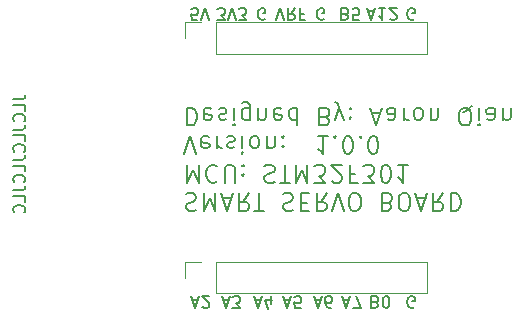
<source format=gbr>
%TF.GenerationSoftware,KiCad,Pcbnew,8.0.7*%
%TF.CreationDate,2025-01-26T16:55:51-08:00*%
%TF.ProjectId,servo-dev-board,73657276-6f2d-4646-9576-2d626f617264,rev?*%
%TF.SameCoordinates,Original*%
%TF.FileFunction,Legend,Bot*%
%TF.FilePolarity,Positive*%
%FSLAX46Y46*%
G04 Gerber Fmt 4.6, Leading zero omitted, Abs format (unit mm)*
G04 Created by KiCad (PCBNEW 8.0.7) date 2025-01-26 16:55:51*
%MOMM*%
%LPD*%
G01*
G04 APERTURE LIST*
%ADD10C,0.150000*%
%ADD11C,0.120000*%
%ADD12C,0.700000*%
%ADD13C,4.400000*%
%ADD14O,1.700000X1.350000*%
%ADD15O,1.500000X1.100000*%
%ADD16R,1.000000X1.000000*%
%ADD17C,1.000000*%
%ADD18R,1.700000X1.700000*%
%ADD19O,1.700000X1.700000*%
G04 APERTURE END LIST*
D10*
X149161904Y-89247561D02*
X149066666Y-89295180D01*
X149066666Y-89295180D02*
X148923809Y-89295180D01*
X148923809Y-89295180D02*
X148780952Y-89247561D01*
X148780952Y-89247561D02*
X148685714Y-89152323D01*
X148685714Y-89152323D02*
X148638095Y-89057085D01*
X148638095Y-89057085D02*
X148590476Y-88866609D01*
X148590476Y-88866609D02*
X148590476Y-88723752D01*
X148590476Y-88723752D02*
X148638095Y-88533276D01*
X148638095Y-88533276D02*
X148685714Y-88438038D01*
X148685714Y-88438038D02*
X148780952Y-88342800D01*
X148780952Y-88342800D02*
X148923809Y-88295180D01*
X148923809Y-88295180D02*
X149019047Y-88295180D01*
X149019047Y-88295180D02*
X149161904Y-88342800D01*
X149161904Y-88342800D02*
X149209523Y-88390419D01*
X149209523Y-88390419D02*
X149209523Y-88723752D01*
X149209523Y-88723752D02*
X149019047Y-88723752D01*
X115244819Y-96022493D02*
X115959104Y-96022493D01*
X115959104Y-96022493D02*
X116101961Y-95974874D01*
X116101961Y-95974874D02*
X116197200Y-95879636D01*
X116197200Y-95879636D02*
X116244819Y-95736779D01*
X116244819Y-95736779D02*
X116244819Y-95641541D01*
X116244819Y-96974874D02*
X116244819Y-96498684D01*
X116244819Y-96498684D02*
X115244819Y-96498684D01*
X116149580Y-97879636D02*
X116197200Y-97832017D01*
X116197200Y-97832017D02*
X116244819Y-97689160D01*
X116244819Y-97689160D02*
X116244819Y-97593922D01*
X116244819Y-97593922D02*
X116197200Y-97451065D01*
X116197200Y-97451065D02*
X116101961Y-97355827D01*
X116101961Y-97355827D02*
X116006723Y-97308208D01*
X116006723Y-97308208D02*
X115816247Y-97260589D01*
X115816247Y-97260589D02*
X115673390Y-97260589D01*
X115673390Y-97260589D02*
X115482914Y-97308208D01*
X115482914Y-97308208D02*
X115387676Y-97355827D01*
X115387676Y-97355827D02*
X115292438Y-97451065D01*
X115292438Y-97451065D02*
X115244819Y-97593922D01*
X115244819Y-97593922D02*
X115244819Y-97689160D01*
X115244819Y-97689160D02*
X115292438Y-97832017D01*
X115292438Y-97832017D02*
X115340057Y-97879636D01*
X115244819Y-98593922D02*
X115959104Y-98593922D01*
X115959104Y-98593922D02*
X116101961Y-98546303D01*
X116101961Y-98546303D02*
X116197200Y-98451065D01*
X116197200Y-98451065D02*
X116244819Y-98308208D01*
X116244819Y-98308208D02*
X116244819Y-98212970D01*
X116244819Y-99546303D02*
X116244819Y-99070113D01*
X116244819Y-99070113D02*
X115244819Y-99070113D01*
X116149580Y-100451065D02*
X116197200Y-100403446D01*
X116197200Y-100403446D02*
X116244819Y-100260589D01*
X116244819Y-100260589D02*
X116244819Y-100165351D01*
X116244819Y-100165351D02*
X116197200Y-100022494D01*
X116197200Y-100022494D02*
X116101961Y-99927256D01*
X116101961Y-99927256D02*
X116006723Y-99879637D01*
X116006723Y-99879637D02*
X115816247Y-99832018D01*
X115816247Y-99832018D02*
X115673390Y-99832018D01*
X115673390Y-99832018D02*
X115482914Y-99879637D01*
X115482914Y-99879637D02*
X115387676Y-99927256D01*
X115387676Y-99927256D02*
X115292438Y-100022494D01*
X115292438Y-100022494D02*
X115244819Y-100165351D01*
X115244819Y-100165351D02*
X115244819Y-100260589D01*
X115244819Y-100260589D02*
X115292438Y-100403446D01*
X115292438Y-100403446D02*
X115340057Y-100451065D01*
X115244819Y-101165351D02*
X115959104Y-101165351D01*
X115959104Y-101165351D02*
X116101961Y-101117732D01*
X116101961Y-101117732D02*
X116197200Y-101022494D01*
X116197200Y-101022494D02*
X116244819Y-100879637D01*
X116244819Y-100879637D02*
X116244819Y-100784399D01*
X116244819Y-102117732D02*
X116244819Y-101641542D01*
X116244819Y-101641542D02*
X115244819Y-101641542D01*
X116149580Y-103022494D02*
X116197200Y-102974875D01*
X116197200Y-102974875D02*
X116244819Y-102832018D01*
X116244819Y-102832018D02*
X116244819Y-102736780D01*
X116244819Y-102736780D02*
X116197200Y-102593923D01*
X116197200Y-102593923D02*
X116101961Y-102498685D01*
X116101961Y-102498685D02*
X116006723Y-102451066D01*
X116006723Y-102451066D02*
X115816247Y-102403447D01*
X115816247Y-102403447D02*
X115673390Y-102403447D01*
X115673390Y-102403447D02*
X115482914Y-102451066D01*
X115482914Y-102451066D02*
X115387676Y-102498685D01*
X115387676Y-102498685D02*
X115292438Y-102593923D01*
X115292438Y-102593923D02*
X115244819Y-102736780D01*
X115244819Y-102736780D02*
X115244819Y-102832018D01*
X115244819Y-102832018D02*
X115292438Y-102974875D01*
X115292438Y-102974875D02*
X115340057Y-103022494D01*
X115244819Y-103736780D02*
X115959104Y-103736780D01*
X115959104Y-103736780D02*
X116101961Y-103689161D01*
X116101961Y-103689161D02*
X116197200Y-103593923D01*
X116197200Y-103593923D02*
X116244819Y-103451066D01*
X116244819Y-103451066D02*
X116244819Y-103355828D01*
X116244819Y-104689161D02*
X116244819Y-104212971D01*
X116244819Y-104212971D02*
X115244819Y-104212971D01*
X116149580Y-105593923D02*
X116197200Y-105546304D01*
X116197200Y-105546304D02*
X116244819Y-105403447D01*
X116244819Y-105403447D02*
X116244819Y-105308209D01*
X116244819Y-105308209D02*
X116197200Y-105165352D01*
X116197200Y-105165352D02*
X116101961Y-105070114D01*
X116101961Y-105070114D02*
X116006723Y-105022495D01*
X116006723Y-105022495D02*
X115816247Y-104974876D01*
X115816247Y-104974876D02*
X115673390Y-104974876D01*
X115673390Y-104974876D02*
X115482914Y-105022495D01*
X115482914Y-105022495D02*
X115387676Y-105070114D01*
X115387676Y-105070114D02*
X115292438Y-105165352D01*
X115292438Y-105165352D02*
X115244819Y-105308209D01*
X115244819Y-105308209D02*
X115244819Y-105403447D01*
X115244819Y-105403447D02*
X115292438Y-105546304D01*
X115292438Y-105546304D02*
X115340057Y-105593923D01*
X132511905Y-89295180D02*
X133130952Y-89295180D01*
X133130952Y-89295180D02*
X132797619Y-88914228D01*
X132797619Y-88914228D02*
X132940476Y-88914228D01*
X132940476Y-88914228D02*
X133035714Y-88866609D01*
X133035714Y-88866609D02*
X133083333Y-88818990D01*
X133083333Y-88818990D02*
X133130952Y-88723752D01*
X133130952Y-88723752D02*
X133130952Y-88485657D01*
X133130952Y-88485657D02*
X133083333Y-88390419D01*
X133083333Y-88390419D02*
X133035714Y-88342800D01*
X133035714Y-88342800D02*
X132940476Y-88295180D01*
X132940476Y-88295180D02*
X132654762Y-88295180D01*
X132654762Y-88295180D02*
X132559524Y-88342800D01*
X132559524Y-88342800D02*
X132511905Y-88390419D01*
X133416667Y-89295180D02*
X133750000Y-88295180D01*
X133750000Y-88295180D02*
X134083333Y-89295180D01*
X134321429Y-89295180D02*
X134940476Y-89295180D01*
X134940476Y-89295180D02*
X134607143Y-88914228D01*
X134607143Y-88914228D02*
X134750000Y-88914228D01*
X134750000Y-88914228D02*
X134845238Y-88866609D01*
X134845238Y-88866609D02*
X134892857Y-88818990D01*
X134892857Y-88818990D02*
X134940476Y-88723752D01*
X134940476Y-88723752D02*
X134940476Y-88485657D01*
X134940476Y-88485657D02*
X134892857Y-88390419D01*
X134892857Y-88390419D02*
X134845238Y-88342800D01*
X134845238Y-88342800D02*
X134750000Y-88295180D01*
X134750000Y-88295180D02*
X134464286Y-88295180D01*
X134464286Y-88295180D02*
X134369048Y-88342800D01*
X134369048Y-88342800D02*
X134321429Y-88390419D01*
X130809523Y-89295180D02*
X130333333Y-89295180D01*
X130333333Y-89295180D02*
X130285714Y-88818990D01*
X130285714Y-88818990D02*
X130333333Y-88866609D01*
X130333333Y-88866609D02*
X130428571Y-88914228D01*
X130428571Y-88914228D02*
X130666666Y-88914228D01*
X130666666Y-88914228D02*
X130761904Y-88866609D01*
X130761904Y-88866609D02*
X130809523Y-88818990D01*
X130809523Y-88818990D02*
X130857142Y-88723752D01*
X130857142Y-88723752D02*
X130857142Y-88485657D01*
X130857142Y-88485657D02*
X130809523Y-88390419D01*
X130809523Y-88390419D02*
X130761904Y-88342800D01*
X130761904Y-88342800D02*
X130666666Y-88295180D01*
X130666666Y-88295180D02*
X130428571Y-88295180D01*
X130428571Y-88295180D02*
X130333333Y-88342800D01*
X130333333Y-88342800D02*
X130285714Y-88390419D01*
X131142857Y-89295180D02*
X131476190Y-88295180D01*
X131476190Y-88295180D02*
X131809523Y-89295180D01*
X136511904Y-89247561D02*
X136416666Y-89295180D01*
X136416666Y-89295180D02*
X136273809Y-89295180D01*
X136273809Y-89295180D02*
X136130952Y-89247561D01*
X136130952Y-89247561D02*
X136035714Y-89152323D01*
X136035714Y-89152323D02*
X135988095Y-89057085D01*
X135988095Y-89057085D02*
X135940476Y-88866609D01*
X135940476Y-88866609D02*
X135940476Y-88723752D01*
X135940476Y-88723752D02*
X135988095Y-88533276D01*
X135988095Y-88533276D02*
X136035714Y-88438038D01*
X136035714Y-88438038D02*
X136130952Y-88342800D01*
X136130952Y-88342800D02*
X136273809Y-88295180D01*
X136273809Y-88295180D02*
X136369047Y-88295180D01*
X136369047Y-88295180D02*
X136511904Y-88342800D01*
X136511904Y-88342800D02*
X136559523Y-88390419D01*
X136559523Y-88390419D02*
X136559523Y-88723752D01*
X136559523Y-88723752D02*
X136369047Y-88723752D01*
X141511904Y-89247561D02*
X141416666Y-89295180D01*
X141416666Y-89295180D02*
X141273809Y-89295180D01*
X141273809Y-89295180D02*
X141130952Y-89247561D01*
X141130952Y-89247561D02*
X141035714Y-89152323D01*
X141035714Y-89152323D02*
X140988095Y-89057085D01*
X140988095Y-89057085D02*
X140940476Y-88866609D01*
X140940476Y-88866609D02*
X140940476Y-88723752D01*
X140940476Y-88723752D02*
X140988095Y-88533276D01*
X140988095Y-88533276D02*
X141035714Y-88438038D01*
X141035714Y-88438038D02*
X141130952Y-88342800D01*
X141130952Y-88342800D02*
X141273809Y-88295180D01*
X141273809Y-88295180D02*
X141369047Y-88295180D01*
X141369047Y-88295180D02*
X141511904Y-88342800D01*
X141511904Y-88342800D02*
X141559523Y-88390419D01*
X141559523Y-88390419D02*
X141559523Y-88723752D01*
X141559523Y-88723752D02*
X141369047Y-88723752D01*
X140785714Y-112980895D02*
X141261904Y-112980895D01*
X140690476Y-112695180D02*
X141023809Y-113695180D01*
X141023809Y-113695180D02*
X141357142Y-112695180D01*
X142119047Y-113695180D02*
X141928571Y-113695180D01*
X141928571Y-113695180D02*
X141833333Y-113647561D01*
X141833333Y-113647561D02*
X141785714Y-113599942D01*
X141785714Y-113599942D02*
X141690476Y-113457085D01*
X141690476Y-113457085D02*
X141642857Y-113266609D01*
X141642857Y-113266609D02*
X141642857Y-112885657D01*
X141642857Y-112885657D02*
X141690476Y-112790419D01*
X141690476Y-112790419D02*
X141738095Y-112742800D01*
X141738095Y-112742800D02*
X141833333Y-112695180D01*
X141833333Y-112695180D02*
X142023809Y-112695180D01*
X142023809Y-112695180D02*
X142119047Y-112742800D01*
X142119047Y-112742800D02*
X142166666Y-112790419D01*
X142166666Y-112790419D02*
X142214285Y-112885657D01*
X142214285Y-112885657D02*
X142214285Y-113123752D01*
X142214285Y-113123752D02*
X142166666Y-113218990D01*
X142166666Y-113218990D02*
X142119047Y-113266609D01*
X142119047Y-113266609D02*
X142023809Y-113314228D01*
X142023809Y-113314228D02*
X141833333Y-113314228D01*
X141833333Y-113314228D02*
X141738095Y-113266609D01*
X141738095Y-113266609D02*
X141690476Y-113218990D01*
X141690476Y-113218990D02*
X141642857Y-113123752D01*
X130385714Y-112980895D02*
X130861904Y-112980895D01*
X130290476Y-112695180D02*
X130623809Y-113695180D01*
X130623809Y-113695180D02*
X130957142Y-112695180D01*
X131242857Y-113599942D02*
X131290476Y-113647561D01*
X131290476Y-113647561D02*
X131385714Y-113695180D01*
X131385714Y-113695180D02*
X131623809Y-113695180D01*
X131623809Y-113695180D02*
X131719047Y-113647561D01*
X131719047Y-113647561D02*
X131766666Y-113599942D01*
X131766666Y-113599942D02*
X131814285Y-113504704D01*
X131814285Y-113504704D02*
X131814285Y-113409466D01*
X131814285Y-113409466D02*
X131766666Y-113266609D01*
X131766666Y-113266609D02*
X131195238Y-112695180D01*
X131195238Y-112695180D02*
X131814285Y-112695180D01*
X143345238Y-88818990D02*
X143488095Y-88771371D01*
X143488095Y-88771371D02*
X143535714Y-88723752D01*
X143535714Y-88723752D02*
X143583333Y-88628514D01*
X143583333Y-88628514D02*
X143583333Y-88485657D01*
X143583333Y-88485657D02*
X143535714Y-88390419D01*
X143535714Y-88390419D02*
X143488095Y-88342800D01*
X143488095Y-88342800D02*
X143392857Y-88295180D01*
X143392857Y-88295180D02*
X143011905Y-88295180D01*
X143011905Y-88295180D02*
X143011905Y-89295180D01*
X143011905Y-89295180D02*
X143345238Y-89295180D01*
X143345238Y-89295180D02*
X143440476Y-89247561D01*
X143440476Y-89247561D02*
X143488095Y-89199942D01*
X143488095Y-89199942D02*
X143535714Y-89104704D01*
X143535714Y-89104704D02*
X143535714Y-89009466D01*
X143535714Y-89009466D02*
X143488095Y-88914228D01*
X143488095Y-88914228D02*
X143440476Y-88866609D01*
X143440476Y-88866609D02*
X143345238Y-88818990D01*
X143345238Y-88818990D02*
X143011905Y-88818990D01*
X144488095Y-89295180D02*
X144011905Y-89295180D01*
X144011905Y-89295180D02*
X143964286Y-88818990D01*
X143964286Y-88818990D02*
X144011905Y-88866609D01*
X144011905Y-88866609D02*
X144107143Y-88914228D01*
X144107143Y-88914228D02*
X144345238Y-88914228D01*
X144345238Y-88914228D02*
X144440476Y-88866609D01*
X144440476Y-88866609D02*
X144488095Y-88818990D01*
X144488095Y-88818990D02*
X144535714Y-88723752D01*
X144535714Y-88723752D02*
X144535714Y-88485657D01*
X144535714Y-88485657D02*
X144488095Y-88390419D01*
X144488095Y-88390419D02*
X144440476Y-88342800D01*
X144440476Y-88342800D02*
X144345238Y-88295180D01*
X144345238Y-88295180D02*
X144107143Y-88295180D01*
X144107143Y-88295180D02*
X144011905Y-88342800D01*
X144011905Y-88342800D02*
X143964286Y-88390419D01*
X135685714Y-112980895D02*
X136161904Y-112980895D01*
X135590476Y-112695180D02*
X135923809Y-113695180D01*
X135923809Y-113695180D02*
X136257142Y-112695180D01*
X137019047Y-113361847D02*
X137019047Y-112695180D01*
X136780952Y-113742800D02*
X136542857Y-113028514D01*
X136542857Y-113028514D02*
X137161904Y-113028514D01*
X132985714Y-112980895D02*
X133461904Y-112980895D01*
X132890476Y-112695180D02*
X133223809Y-113695180D01*
X133223809Y-113695180D02*
X133557142Y-112695180D01*
X133795238Y-113695180D02*
X134414285Y-113695180D01*
X134414285Y-113695180D02*
X134080952Y-113314228D01*
X134080952Y-113314228D02*
X134223809Y-113314228D01*
X134223809Y-113314228D02*
X134319047Y-113266609D01*
X134319047Y-113266609D02*
X134366666Y-113218990D01*
X134366666Y-113218990D02*
X134414285Y-113123752D01*
X134414285Y-113123752D02*
X134414285Y-112885657D01*
X134414285Y-112885657D02*
X134366666Y-112790419D01*
X134366666Y-112790419D02*
X134319047Y-112742800D01*
X134319047Y-112742800D02*
X134223809Y-112695180D01*
X134223809Y-112695180D02*
X133938095Y-112695180D01*
X133938095Y-112695180D02*
X133842857Y-112742800D01*
X133842857Y-112742800D02*
X133795238Y-112790419D01*
X145309524Y-88580895D02*
X145785714Y-88580895D01*
X145214286Y-88295180D02*
X145547619Y-89295180D01*
X145547619Y-89295180D02*
X145880952Y-88295180D01*
X146738095Y-88295180D02*
X146166667Y-88295180D01*
X146452381Y-88295180D02*
X146452381Y-89295180D01*
X146452381Y-89295180D02*
X146357143Y-89152323D01*
X146357143Y-89152323D02*
X146261905Y-89057085D01*
X146261905Y-89057085D02*
X146166667Y-89009466D01*
X147119048Y-89199942D02*
X147166667Y-89247561D01*
X147166667Y-89247561D02*
X147261905Y-89295180D01*
X147261905Y-89295180D02*
X147500000Y-89295180D01*
X147500000Y-89295180D02*
X147595238Y-89247561D01*
X147595238Y-89247561D02*
X147642857Y-89199942D01*
X147642857Y-89199942D02*
X147690476Y-89104704D01*
X147690476Y-89104704D02*
X147690476Y-89009466D01*
X147690476Y-89009466D02*
X147642857Y-88866609D01*
X147642857Y-88866609D02*
X147071429Y-88295180D01*
X147071429Y-88295180D02*
X147690476Y-88295180D01*
X137488095Y-89295180D02*
X137821428Y-88295180D01*
X137821428Y-88295180D02*
X138154761Y-89295180D01*
X139059523Y-88295180D02*
X138726190Y-88771371D01*
X138488095Y-88295180D02*
X138488095Y-89295180D01*
X138488095Y-89295180D02*
X138869047Y-89295180D01*
X138869047Y-89295180D02*
X138964285Y-89247561D01*
X138964285Y-89247561D02*
X139011904Y-89199942D01*
X139011904Y-89199942D02*
X139059523Y-89104704D01*
X139059523Y-89104704D02*
X139059523Y-88961847D01*
X139059523Y-88961847D02*
X139011904Y-88866609D01*
X139011904Y-88866609D02*
X138964285Y-88818990D01*
X138964285Y-88818990D02*
X138869047Y-88771371D01*
X138869047Y-88771371D02*
X138488095Y-88771371D01*
X139821428Y-88818990D02*
X139488095Y-88818990D01*
X139488095Y-88295180D02*
X139488095Y-89295180D01*
X139488095Y-89295180D02*
X139964285Y-89295180D01*
X145895238Y-113218990D02*
X146038095Y-113171371D01*
X146038095Y-113171371D02*
X146085714Y-113123752D01*
X146085714Y-113123752D02*
X146133333Y-113028514D01*
X146133333Y-113028514D02*
X146133333Y-112885657D01*
X146133333Y-112885657D02*
X146085714Y-112790419D01*
X146085714Y-112790419D02*
X146038095Y-112742800D01*
X146038095Y-112742800D02*
X145942857Y-112695180D01*
X145942857Y-112695180D02*
X145561905Y-112695180D01*
X145561905Y-112695180D02*
X145561905Y-113695180D01*
X145561905Y-113695180D02*
X145895238Y-113695180D01*
X145895238Y-113695180D02*
X145990476Y-113647561D01*
X145990476Y-113647561D02*
X146038095Y-113599942D01*
X146038095Y-113599942D02*
X146085714Y-113504704D01*
X146085714Y-113504704D02*
X146085714Y-113409466D01*
X146085714Y-113409466D02*
X146038095Y-113314228D01*
X146038095Y-113314228D02*
X145990476Y-113266609D01*
X145990476Y-113266609D02*
X145895238Y-113218990D01*
X145895238Y-113218990D02*
X145561905Y-113218990D01*
X146752381Y-113695180D02*
X146847619Y-113695180D01*
X146847619Y-113695180D02*
X146942857Y-113647561D01*
X146942857Y-113647561D02*
X146990476Y-113599942D01*
X146990476Y-113599942D02*
X147038095Y-113504704D01*
X147038095Y-113504704D02*
X147085714Y-113314228D01*
X147085714Y-113314228D02*
X147085714Y-113076133D01*
X147085714Y-113076133D02*
X147038095Y-112885657D01*
X147038095Y-112885657D02*
X146990476Y-112790419D01*
X146990476Y-112790419D02*
X146942857Y-112742800D01*
X146942857Y-112742800D02*
X146847619Y-112695180D01*
X146847619Y-112695180D02*
X146752381Y-112695180D01*
X146752381Y-112695180D02*
X146657143Y-112742800D01*
X146657143Y-112742800D02*
X146609524Y-112790419D01*
X146609524Y-112790419D02*
X146561905Y-112885657D01*
X146561905Y-112885657D02*
X146514286Y-113076133D01*
X146514286Y-113076133D02*
X146514286Y-113314228D01*
X146514286Y-113314228D02*
X146561905Y-113504704D01*
X146561905Y-113504704D02*
X146609524Y-113599942D01*
X146609524Y-113599942D02*
X146657143Y-113647561D01*
X146657143Y-113647561D02*
X146752381Y-113695180D01*
X143185714Y-112980895D02*
X143661904Y-112980895D01*
X143090476Y-112695180D02*
X143423809Y-113695180D01*
X143423809Y-113695180D02*
X143757142Y-112695180D01*
X143995238Y-113695180D02*
X144661904Y-113695180D01*
X144661904Y-113695180D02*
X144233333Y-112695180D01*
X149161904Y-113647561D02*
X149066666Y-113695180D01*
X149066666Y-113695180D02*
X148923809Y-113695180D01*
X148923809Y-113695180D02*
X148780952Y-113647561D01*
X148780952Y-113647561D02*
X148685714Y-113552323D01*
X148685714Y-113552323D02*
X148638095Y-113457085D01*
X148638095Y-113457085D02*
X148590476Y-113266609D01*
X148590476Y-113266609D02*
X148590476Y-113123752D01*
X148590476Y-113123752D02*
X148638095Y-112933276D01*
X148638095Y-112933276D02*
X148685714Y-112838038D01*
X148685714Y-112838038D02*
X148780952Y-112742800D01*
X148780952Y-112742800D02*
X148923809Y-112695180D01*
X148923809Y-112695180D02*
X149019047Y-112695180D01*
X149019047Y-112695180D02*
X149161904Y-112742800D01*
X149161904Y-112742800D02*
X149209523Y-112790419D01*
X149209523Y-112790419D02*
X149209523Y-113123752D01*
X149209523Y-113123752D02*
X149019047Y-113123752D01*
X138185714Y-112980895D02*
X138661904Y-112980895D01*
X138090476Y-112695180D02*
X138423809Y-113695180D01*
X138423809Y-113695180D02*
X138757142Y-112695180D01*
X139566666Y-113695180D02*
X139090476Y-113695180D01*
X139090476Y-113695180D02*
X139042857Y-113218990D01*
X139042857Y-113218990D02*
X139090476Y-113266609D01*
X139090476Y-113266609D02*
X139185714Y-113314228D01*
X139185714Y-113314228D02*
X139423809Y-113314228D01*
X139423809Y-113314228D02*
X139519047Y-113266609D01*
X139519047Y-113266609D02*
X139566666Y-113218990D01*
X139566666Y-113218990D02*
X139614285Y-113123752D01*
X139614285Y-113123752D02*
X139614285Y-112885657D01*
X139614285Y-112885657D02*
X139566666Y-112790419D01*
X139566666Y-112790419D02*
X139519047Y-112742800D01*
X139519047Y-112742800D02*
X139423809Y-112695180D01*
X139423809Y-112695180D02*
X139185714Y-112695180D01*
X139185714Y-112695180D02*
X139090476Y-112742800D01*
X139090476Y-112742800D02*
X139042857Y-112790419D01*
X129854398Y-104057548D02*
X130068684Y-103986119D01*
X130068684Y-103986119D02*
X130425826Y-103986119D01*
X130425826Y-103986119D02*
X130568684Y-104057548D01*
X130568684Y-104057548D02*
X130640112Y-104128976D01*
X130640112Y-104128976D02*
X130711541Y-104271833D01*
X130711541Y-104271833D02*
X130711541Y-104414690D01*
X130711541Y-104414690D02*
X130640112Y-104557548D01*
X130640112Y-104557548D02*
X130568684Y-104628976D01*
X130568684Y-104628976D02*
X130425826Y-104700405D01*
X130425826Y-104700405D02*
X130140112Y-104771833D01*
X130140112Y-104771833D02*
X129997255Y-104843262D01*
X129997255Y-104843262D02*
X129925826Y-104914690D01*
X129925826Y-104914690D02*
X129854398Y-105057548D01*
X129854398Y-105057548D02*
X129854398Y-105200405D01*
X129854398Y-105200405D02*
X129925826Y-105343262D01*
X129925826Y-105343262D02*
X129997255Y-105414690D01*
X129997255Y-105414690D02*
X130140112Y-105486119D01*
X130140112Y-105486119D02*
X130497255Y-105486119D01*
X130497255Y-105486119D02*
X130711541Y-105414690D01*
X131354397Y-103986119D02*
X131354397Y-105486119D01*
X131354397Y-105486119D02*
X131854397Y-104414690D01*
X131854397Y-104414690D02*
X132354397Y-105486119D01*
X132354397Y-105486119D02*
X132354397Y-103986119D01*
X132997255Y-104414690D02*
X133711541Y-104414690D01*
X132854398Y-103986119D02*
X133354398Y-105486119D01*
X133354398Y-105486119D02*
X133854398Y-103986119D01*
X135211540Y-103986119D02*
X134711540Y-104700405D01*
X134354397Y-103986119D02*
X134354397Y-105486119D01*
X134354397Y-105486119D02*
X134925826Y-105486119D01*
X134925826Y-105486119D02*
X135068683Y-105414690D01*
X135068683Y-105414690D02*
X135140112Y-105343262D01*
X135140112Y-105343262D02*
X135211540Y-105200405D01*
X135211540Y-105200405D02*
X135211540Y-104986119D01*
X135211540Y-104986119D02*
X135140112Y-104843262D01*
X135140112Y-104843262D02*
X135068683Y-104771833D01*
X135068683Y-104771833D02*
X134925826Y-104700405D01*
X134925826Y-104700405D02*
X134354397Y-104700405D01*
X135640112Y-105486119D02*
X136497255Y-105486119D01*
X136068683Y-103986119D02*
X136068683Y-105486119D01*
X138068683Y-104057548D02*
X138282969Y-103986119D01*
X138282969Y-103986119D02*
X138640111Y-103986119D01*
X138640111Y-103986119D02*
X138782969Y-104057548D01*
X138782969Y-104057548D02*
X138854397Y-104128976D01*
X138854397Y-104128976D02*
X138925826Y-104271833D01*
X138925826Y-104271833D02*
X138925826Y-104414690D01*
X138925826Y-104414690D02*
X138854397Y-104557548D01*
X138854397Y-104557548D02*
X138782969Y-104628976D01*
X138782969Y-104628976D02*
X138640111Y-104700405D01*
X138640111Y-104700405D02*
X138354397Y-104771833D01*
X138354397Y-104771833D02*
X138211540Y-104843262D01*
X138211540Y-104843262D02*
X138140111Y-104914690D01*
X138140111Y-104914690D02*
X138068683Y-105057548D01*
X138068683Y-105057548D02*
X138068683Y-105200405D01*
X138068683Y-105200405D02*
X138140111Y-105343262D01*
X138140111Y-105343262D02*
X138211540Y-105414690D01*
X138211540Y-105414690D02*
X138354397Y-105486119D01*
X138354397Y-105486119D02*
X138711540Y-105486119D01*
X138711540Y-105486119D02*
X138925826Y-105414690D01*
X139568682Y-104771833D02*
X140068682Y-104771833D01*
X140282968Y-103986119D02*
X139568682Y-103986119D01*
X139568682Y-103986119D02*
X139568682Y-105486119D01*
X139568682Y-105486119D02*
X140282968Y-105486119D01*
X141782968Y-103986119D02*
X141282968Y-104700405D01*
X140925825Y-103986119D02*
X140925825Y-105486119D01*
X140925825Y-105486119D02*
X141497254Y-105486119D01*
X141497254Y-105486119D02*
X141640111Y-105414690D01*
X141640111Y-105414690D02*
X141711540Y-105343262D01*
X141711540Y-105343262D02*
X141782968Y-105200405D01*
X141782968Y-105200405D02*
X141782968Y-104986119D01*
X141782968Y-104986119D02*
X141711540Y-104843262D01*
X141711540Y-104843262D02*
X141640111Y-104771833D01*
X141640111Y-104771833D02*
X141497254Y-104700405D01*
X141497254Y-104700405D02*
X140925825Y-104700405D01*
X142211540Y-105486119D02*
X142711540Y-103986119D01*
X142711540Y-103986119D02*
X143211540Y-105486119D01*
X143997254Y-105486119D02*
X144282968Y-105486119D01*
X144282968Y-105486119D02*
X144425825Y-105414690D01*
X144425825Y-105414690D02*
X144568682Y-105271833D01*
X144568682Y-105271833D02*
X144640111Y-104986119D01*
X144640111Y-104986119D02*
X144640111Y-104486119D01*
X144640111Y-104486119D02*
X144568682Y-104200405D01*
X144568682Y-104200405D02*
X144425825Y-104057548D01*
X144425825Y-104057548D02*
X144282968Y-103986119D01*
X144282968Y-103986119D02*
X143997254Y-103986119D01*
X143997254Y-103986119D02*
X143854397Y-104057548D01*
X143854397Y-104057548D02*
X143711539Y-104200405D01*
X143711539Y-104200405D02*
X143640111Y-104486119D01*
X143640111Y-104486119D02*
X143640111Y-104986119D01*
X143640111Y-104986119D02*
X143711539Y-105271833D01*
X143711539Y-105271833D02*
X143854397Y-105414690D01*
X143854397Y-105414690D02*
X143997254Y-105486119D01*
X146925825Y-104771833D02*
X147140111Y-104700405D01*
X147140111Y-104700405D02*
X147211540Y-104628976D01*
X147211540Y-104628976D02*
X147282968Y-104486119D01*
X147282968Y-104486119D02*
X147282968Y-104271833D01*
X147282968Y-104271833D02*
X147211540Y-104128976D01*
X147211540Y-104128976D02*
X147140111Y-104057548D01*
X147140111Y-104057548D02*
X146997254Y-103986119D01*
X146997254Y-103986119D02*
X146425825Y-103986119D01*
X146425825Y-103986119D02*
X146425825Y-105486119D01*
X146425825Y-105486119D02*
X146925825Y-105486119D01*
X146925825Y-105486119D02*
X147068683Y-105414690D01*
X147068683Y-105414690D02*
X147140111Y-105343262D01*
X147140111Y-105343262D02*
X147211540Y-105200405D01*
X147211540Y-105200405D02*
X147211540Y-105057548D01*
X147211540Y-105057548D02*
X147140111Y-104914690D01*
X147140111Y-104914690D02*
X147068683Y-104843262D01*
X147068683Y-104843262D02*
X146925825Y-104771833D01*
X146925825Y-104771833D02*
X146425825Y-104771833D01*
X148211540Y-105486119D02*
X148497254Y-105486119D01*
X148497254Y-105486119D02*
X148640111Y-105414690D01*
X148640111Y-105414690D02*
X148782968Y-105271833D01*
X148782968Y-105271833D02*
X148854397Y-104986119D01*
X148854397Y-104986119D02*
X148854397Y-104486119D01*
X148854397Y-104486119D02*
X148782968Y-104200405D01*
X148782968Y-104200405D02*
X148640111Y-104057548D01*
X148640111Y-104057548D02*
X148497254Y-103986119D01*
X148497254Y-103986119D02*
X148211540Y-103986119D01*
X148211540Y-103986119D02*
X148068683Y-104057548D01*
X148068683Y-104057548D02*
X147925825Y-104200405D01*
X147925825Y-104200405D02*
X147854397Y-104486119D01*
X147854397Y-104486119D02*
X147854397Y-104986119D01*
X147854397Y-104986119D02*
X147925825Y-105271833D01*
X147925825Y-105271833D02*
X148068683Y-105414690D01*
X148068683Y-105414690D02*
X148211540Y-105486119D01*
X149425826Y-104414690D02*
X150140112Y-104414690D01*
X149282969Y-103986119D02*
X149782969Y-105486119D01*
X149782969Y-105486119D02*
X150282969Y-103986119D01*
X151640111Y-103986119D02*
X151140111Y-104700405D01*
X150782968Y-103986119D02*
X150782968Y-105486119D01*
X150782968Y-105486119D02*
X151354397Y-105486119D01*
X151354397Y-105486119D02*
X151497254Y-105414690D01*
X151497254Y-105414690D02*
X151568683Y-105343262D01*
X151568683Y-105343262D02*
X151640111Y-105200405D01*
X151640111Y-105200405D02*
X151640111Y-104986119D01*
X151640111Y-104986119D02*
X151568683Y-104843262D01*
X151568683Y-104843262D02*
X151497254Y-104771833D01*
X151497254Y-104771833D02*
X151354397Y-104700405D01*
X151354397Y-104700405D02*
X150782968Y-104700405D01*
X152282968Y-103986119D02*
X152282968Y-105486119D01*
X152282968Y-105486119D02*
X152640111Y-105486119D01*
X152640111Y-105486119D02*
X152854397Y-105414690D01*
X152854397Y-105414690D02*
X152997254Y-105271833D01*
X152997254Y-105271833D02*
X153068683Y-105128976D01*
X153068683Y-105128976D02*
X153140111Y-104843262D01*
X153140111Y-104843262D02*
X153140111Y-104628976D01*
X153140111Y-104628976D02*
X153068683Y-104343262D01*
X153068683Y-104343262D02*
X152997254Y-104200405D01*
X152997254Y-104200405D02*
X152854397Y-104057548D01*
X152854397Y-104057548D02*
X152640111Y-103986119D01*
X152640111Y-103986119D02*
X152282968Y-103986119D01*
X129925826Y-101571203D02*
X129925826Y-103071203D01*
X129925826Y-103071203D02*
X130425826Y-101999774D01*
X130425826Y-101999774D02*
X130925826Y-103071203D01*
X130925826Y-103071203D02*
X130925826Y-101571203D01*
X132497255Y-101714060D02*
X132425827Y-101642632D01*
X132425827Y-101642632D02*
X132211541Y-101571203D01*
X132211541Y-101571203D02*
X132068684Y-101571203D01*
X132068684Y-101571203D02*
X131854398Y-101642632D01*
X131854398Y-101642632D02*
X131711541Y-101785489D01*
X131711541Y-101785489D02*
X131640112Y-101928346D01*
X131640112Y-101928346D02*
X131568684Y-102214060D01*
X131568684Y-102214060D02*
X131568684Y-102428346D01*
X131568684Y-102428346D02*
X131640112Y-102714060D01*
X131640112Y-102714060D02*
X131711541Y-102856917D01*
X131711541Y-102856917D02*
X131854398Y-102999774D01*
X131854398Y-102999774D02*
X132068684Y-103071203D01*
X132068684Y-103071203D02*
X132211541Y-103071203D01*
X132211541Y-103071203D02*
X132425827Y-102999774D01*
X132425827Y-102999774D02*
X132497255Y-102928346D01*
X133140112Y-103071203D02*
X133140112Y-101856917D01*
X133140112Y-101856917D02*
X133211541Y-101714060D01*
X133211541Y-101714060D02*
X133282970Y-101642632D01*
X133282970Y-101642632D02*
X133425827Y-101571203D01*
X133425827Y-101571203D02*
X133711541Y-101571203D01*
X133711541Y-101571203D02*
X133854398Y-101642632D01*
X133854398Y-101642632D02*
X133925827Y-101714060D01*
X133925827Y-101714060D02*
X133997255Y-101856917D01*
X133997255Y-101856917D02*
X133997255Y-103071203D01*
X134711541Y-101714060D02*
X134782970Y-101642632D01*
X134782970Y-101642632D02*
X134711541Y-101571203D01*
X134711541Y-101571203D02*
X134640113Y-101642632D01*
X134640113Y-101642632D02*
X134711541Y-101714060D01*
X134711541Y-101714060D02*
X134711541Y-101571203D01*
X134711541Y-102499774D02*
X134782970Y-102428346D01*
X134782970Y-102428346D02*
X134711541Y-102356917D01*
X134711541Y-102356917D02*
X134640113Y-102428346D01*
X134640113Y-102428346D02*
X134711541Y-102499774D01*
X134711541Y-102499774D02*
X134711541Y-102356917D01*
X136497256Y-101642632D02*
X136711542Y-101571203D01*
X136711542Y-101571203D02*
X137068684Y-101571203D01*
X137068684Y-101571203D02*
X137211542Y-101642632D01*
X137211542Y-101642632D02*
X137282970Y-101714060D01*
X137282970Y-101714060D02*
X137354399Y-101856917D01*
X137354399Y-101856917D02*
X137354399Y-101999774D01*
X137354399Y-101999774D02*
X137282970Y-102142632D01*
X137282970Y-102142632D02*
X137211542Y-102214060D01*
X137211542Y-102214060D02*
X137068684Y-102285489D01*
X137068684Y-102285489D02*
X136782970Y-102356917D01*
X136782970Y-102356917D02*
X136640113Y-102428346D01*
X136640113Y-102428346D02*
X136568684Y-102499774D01*
X136568684Y-102499774D02*
X136497256Y-102642632D01*
X136497256Y-102642632D02*
X136497256Y-102785489D01*
X136497256Y-102785489D02*
X136568684Y-102928346D01*
X136568684Y-102928346D02*
X136640113Y-102999774D01*
X136640113Y-102999774D02*
X136782970Y-103071203D01*
X136782970Y-103071203D02*
X137140113Y-103071203D01*
X137140113Y-103071203D02*
X137354399Y-102999774D01*
X137782970Y-103071203D02*
X138640113Y-103071203D01*
X138211541Y-101571203D02*
X138211541Y-103071203D01*
X139140112Y-101571203D02*
X139140112Y-103071203D01*
X139140112Y-103071203D02*
X139640112Y-101999774D01*
X139640112Y-101999774D02*
X140140112Y-103071203D01*
X140140112Y-103071203D02*
X140140112Y-101571203D01*
X140711541Y-103071203D02*
X141640113Y-103071203D01*
X141640113Y-103071203D02*
X141140113Y-102499774D01*
X141140113Y-102499774D02*
X141354398Y-102499774D01*
X141354398Y-102499774D02*
X141497256Y-102428346D01*
X141497256Y-102428346D02*
X141568684Y-102356917D01*
X141568684Y-102356917D02*
X141640113Y-102214060D01*
X141640113Y-102214060D02*
X141640113Y-101856917D01*
X141640113Y-101856917D02*
X141568684Y-101714060D01*
X141568684Y-101714060D02*
X141497256Y-101642632D01*
X141497256Y-101642632D02*
X141354398Y-101571203D01*
X141354398Y-101571203D02*
X140925827Y-101571203D01*
X140925827Y-101571203D02*
X140782970Y-101642632D01*
X140782970Y-101642632D02*
X140711541Y-101714060D01*
X142211541Y-102928346D02*
X142282969Y-102999774D01*
X142282969Y-102999774D02*
X142425827Y-103071203D01*
X142425827Y-103071203D02*
X142782969Y-103071203D01*
X142782969Y-103071203D02*
X142925827Y-102999774D01*
X142925827Y-102999774D02*
X142997255Y-102928346D01*
X142997255Y-102928346D02*
X143068684Y-102785489D01*
X143068684Y-102785489D02*
X143068684Y-102642632D01*
X143068684Y-102642632D02*
X142997255Y-102428346D01*
X142997255Y-102428346D02*
X142140112Y-101571203D01*
X142140112Y-101571203D02*
X143068684Y-101571203D01*
X144211540Y-102356917D02*
X143711540Y-102356917D01*
X143711540Y-101571203D02*
X143711540Y-103071203D01*
X143711540Y-103071203D02*
X144425826Y-103071203D01*
X144854397Y-103071203D02*
X145782969Y-103071203D01*
X145782969Y-103071203D02*
X145282969Y-102499774D01*
X145282969Y-102499774D02*
X145497254Y-102499774D01*
X145497254Y-102499774D02*
X145640112Y-102428346D01*
X145640112Y-102428346D02*
X145711540Y-102356917D01*
X145711540Y-102356917D02*
X145782969Y-102214060D01*
X145782969Y-102214060D02*
X145782969Y-101856917D01*
X145782969Y-101856917D02*
X145711540Y-101714060D01*
X145711540Y-101714060D02*
X145640112Y-101642632D01*
X145640112Y-101642632D02*
X145497254Y-101571203D01*
X145497254Y-101571203D02*
X145068683Y-101571203D01*
X145068683Y-101571203D02*
X144925826Y-101642632D01*
X144925826Y-101642632D02*
X144854397Y-101714060D01*
X146711540Y-103071203D02*
X146854397Y-103071203D01*
X146854397Y-103071203D02*
X146997254Y-102999774D01*
X146997254Y-102999774D02*
X147068683Y-102928346D01*
X147068683Y-102928346D02*
X147140111Y-102785489D01*
X147140111Y-102785489D02*
X147211540Y-102499774D01*
X147211540Y-102499774D02*
X147211540Y-102142632D01*
X147211540Y-102142632D02*
X147140111Y-101856917D01*
X147140111Y-101856917D02*
X147068683Y-101714060D01*
X147068683Y-101714060D02*
X146997254Y-101642632D01*
X146997254Y-101642632D02*
X146854397Y-101571203D01*
X146854397Y-101571203D02*
X146711540Y-101571203D01*
X146711540Y-101571203D02*
X146568683Y-101642632D01*
X146568683Y-101642632D02*
X146497254Y-101714060D01*
X146497254Y-101714060D02*
X146425825Y-101856917D01*
X146425825Y-101856917D02*
X146354397Y-102142632D01*
X146354397Y-102142632D02*
X146354397Y-102499774D01*
X146354397Y-102499774D02*
X146425825Y-102785489D01*
X146425825Y-102785489D02*
X146497254Y-102928346D01*
X146497254Y-102928346D02*
X146568683Y-102999774D01*
X146568683Y-102999774D02*
X146711540Y-103071203D01*
X148640111Y-101571203D02*
X147782968Y-101571203D01*
X148211539Y-101571203D02*
X148211539Y-103071203D01*
X148211539Y-103071203D02*
X148068682Y-102856917D01*
X148068682Y-102856917D02*
X147925825Y-102714060D01*
X147925825Y-102714060D02*
X147782968Y-102642632D01*
X129711541Y-100656287D02*
X130211541Y-99156287D01*
X130211541Y-99156287D02*
X130711541Y-100656287D01*
X131782969Y-99227716D02*
X131640112Y-99156287D01*
X131640112Y-99156287D02*
X131354398Y-99156287D01*
X131354398Y-99156287D02*
X131211540Y-99227716D01*
X131211540Y-99227716D02*
X131140112Y-99370573D01*
X131140112Y-99370573D02*
X131140112Y-99942001D01*
X131140112Y-99942001D02*
X131211540Y-100084858D01*
X131211540Y-100084858D02*
X131354398Y-100156287D01*
X131354398Y-100156287D02*
X131640112Y-100156287D01*
X131640112Y-100156287D02*
X131782969Y-100084858D01*
X131782969Y-100084858D02*
X131854398Y-99942001D01*
X131854398Y-99942001D02*
X131854398Y-99799144D01*
X131854398Y-99799144D02*
X131140112Y-99656287D01*
X132497254Y-99156287D02*
X132497254Y-100156287D01*
X132497254Y-99870573D02*
X132568683Y-100013430D01*
X132568683Y-100013430D02*
X132640112Y-100084858D01*
X132640112Y-100084858D02*
X132782969Y-100156287D01*
X132782969Y-100156287D02*
X132925826Y-100156287D01*
X133354397Y-99227716D02*
X133497254Y-99156287D01*
X133497254Y-99156287D02*
X133782968Y-99156287D01*
X133782968Y-99156287D02*
X133925825Y-99227716D01*
X133925825Y-99227716D02*
X133997254Y-99370573D01*
X133997254Y-99370573D02*
X133997254Y-99442001D01*
X133997254Y-99442001D02*
X133925825Y-99584858D01*
X133925825Y-99584858D02*
X133782968Y-99656287D01*
X133782968Y-99656287D02*
X133568683Y-99656287D01*
X133568683Y-99656287D02*
X133425825Y-99727716D01*
X133425825Y-99727716D02*
X133354397Y-99870573D01*
X133354397Y-99870573D02*
X133354397Y-99942001D01*
X133354397Y-99942001D02*
X133425825Y-100084858D01*
X133425825Y-100084858D02*
X133568683Y-100156287D01*
X133568683Y-100156287D02*
X133782968Y-100156287D01*
X133782968Y-100156287D02*
X133925825Y-100084858D01*
X134640111Y-99156287D02*
X134640111Y-100156287D01*
X134640111Y-100656287D02*
X134568683Y-100584858D01*
X134568683Y-100584858D02*
X134640111Y-100513430D01*
X134640111Y-100513430D02*
X134711540Y-100584858D01*
X134711540Y-100584858D02*
X134640111Y-100656287D01*
X134640111Y-100656287D02*
X134640111Y-100513430D01*
X135568683Y-99156287D02*
X135425826Y-99227716D01*
X135425826Y-99227716D02*
X135354397Y-99299144D01*
X135354397Y-99299144D02*
X135282969Y-99442001D01*
X135282969Y-99442001D02*
X135282969Y-99870573D01*
X135282969Y-99870573D02*
X135354397Y-100013430D01*
X135354397Y-100013430D02*
X135425826Y-100084858D01*
X135425826Y-100084858D02*
X135568683Y-100156287D01*
X135568683Y-100156287D02*
X135782969Y-100156287D01*
X135782969Y-100156287D02*
X135925826Y-100084858D01*
X135925826Y-100084858D02*
X135997255Y-100013430D01*
X135997255Y-100013430D02*
X136068683Y-99870573D01*
X136068683Y-99870573D02*
X136068683Y-99442001D01*
X136068683Y-99442001D02*
X135997255Y-99299144D01*
X135997255Y-99299144D02*
X135925826Y-99227716D01*
X135925826Y-99227716D02*
X135782969Y-99156287D01*
X135782969Y-99156287D02*
X135568683Y-99156287D01*
X136711540Y-100156287D02*
X136711540Y-99156287D01*
X136711540Y-100013430D02*
X136782969Y-100084858D01*
X136782969Y-100084858D02*
X136925826Y-100156287D01*
X136925826Y-100156287D02*
X137140112Y-100156287D01*
X137140112Y-100156287D02*
X137282969Y-100084858D01*
X137282969Y-100084858D02*
X137354398Y-99942001D01*
X137354398Y-99942001D02*
X137354398Y-99156287D01*
X138068683Y-99299144D02*
X138140112Y-99227716D01*
X138140112Y-99227716D02*
X138068683Y-99156287D01*
X138068683Y-99156287D02*
X137997255Y-99227716D01*
X137997255Y-99227716D02*
X138068683Y-99299144D01*
X138068683Y-99299144D02*
X138068683Y-99156287D01*
X138068683Y-100084858D02*
X138140112Y-100013430D01*
X138140112Y-100013430D02*
X138068683Y-99942001D01*
X138068683Y-99942001D02*
X137997255Y-100013430D01*
X137997255Y-100013430D02*
X138068683Y-100084858D01*
X138068683Y-100084858D02*
X138068683Y-99942001D01*
X141854398Y-99156287D02*
X140997255Y-99156287D01*
X141425826Y-99156287D02*
X141425826Y-100656287D01*
X141425826Y-100656287D02*
X141282969Y-100442001D01*
X141282969Y-100442001D02*
X141140112Y-100299144D01*
X141140112Y-100299144D02*
X140997255Y-100227716D01*
X142497254Y-99299144D02*
X142568683Y-99227716D01*
X142568683Y-99227716D02*
X142497254Y-99156287D01*
X142497254Y-99156287D02*
X142425826Y-99227716D01*
X142425826Y-99227716D02*
X142497254Y-99299144D01*
X142497254Y-99299144D02*
X142497254Y-99156287D01*
X143497255Y-100656287D02*
X143640112Y-100656287D01*
X143640112Y-100656287D02*
X143782969Y-100584858D01*
X143782969Y-100584858D02*
X143854398Y-100513430D01*
X143854398Y-100513430D02*
X143925826Y-100370573D01*
X143925826Y-100370573D02*
X143997255Y-100084858D01*
X143997255Y-100084858D02*
X143997255Y-99727716D01*
X143997255Y-99727716D02*
X143925826Y-99442001D01*
X143925826Y-99442001D02*
X143854398Y-99299144D01*
X143854398Y-99299144D02*
X143782969Y-99227716D01*
X143782969Y-99227716D02*
X143640112Y-99156287D01*
X143640112Y-99156287D02*
X143497255Y-99156287D01*
X143497255Y-99156287D02*
X143354398Y-99227716D01*
X143354398Y-99227716D02*
X143282969Y-99299144D01*
X143282969Y-99299144D02*
X143211540Y-99442001D01*
X143211540Y-99442001D02*
X143140112Y-99727716D01*
X143140112Y-99727716D02*
X143140112Y-100084858D01*
X143140112Y-100084858D02*
X143211540Y-100370573D01*
X143211540Y-100370573D02*
X143282969Y-100513430D01*
X143282969Y-100513430D02*
X143354398Y-100584858D01*
X143354398Y-100584858D02*
X143497255Y-100656287D01*
X144640111Y-99299144D02*
X144711540Y-99227716D01*
X144711540Y-99227716D02*
X144640111Y-99156287D01*
X144640111Y-99156287D02*
X144568683Y-99227716D01*
X144568683Y-99227716D02*
X144640111Y-99299144D01*
X144640111Y-99299144D02*
X144640111Y-99156287D01*
X145640112Y-100656287D02*
X145782969Y-100656287D01*
X145782969Y-100656287D02*
X145925826Y-100584858D01*
X145925826Y-100584858D02*
X145997255Y-100513430D01*
X145997255Y-100513430D02*
X146068683Y-100370573D01*
X146068683Y-100370573D02*
X146140112Y-100084858D01*
X146140112Y-100084858D02*
X146140112Y-99727716D01*
X146140112Y-99727716D02*
X146068683Y-99442001D01*
X146068683Y-99442001D02*
X145997255Y-99299144D01*
X145997255Y-99299144D02*
X145925826Y-99227716D01*
X145925826Y-99227716D02*
X145782969Y-99156287D01*
X145782969Y-99156287D02*
X145640112Y-99156287D01*
X145640112Y-99156287D02*
X145497255Y-99227716D01*
X145497255Y-99227716D02*
X145425826Y-99299144D01*
X145425826Y-99299144D02*
X145354397Y-99442001D01*
X145354397Y-99442001D02*
X145282969Y-99727716D01*
X145282969Y-99727716D02*
X145282969Y-100084858D01*
X145282969Y-100084858D02*
X145354397Y-100370573D01*
X145354397Y-100370573D02*
X145425826Y-100513430D01*
X145425826Y-100513430D02*
X145497255Y-100584858D01*
X145497255Y-100584858D02*
X145640112Y-100656287D01*
X129925826Y-96741371D02*
X129925826Y-98241371D01*
X129925826Y-98241371D02*
X130282969Y-98241371D01*
X130282969Y-98241371D02*
X130497255Y-98169942D01*
X130497255Y-98169942D02*
X130640112Y-98027085D01*
X130640112Y-98027085D02*
X130711541Y-97884228D01*
X130711541Y-97884228D02*
X130782969Y-97598514D01*
X130782969Y-97598514D02*
X130782969Y-97384228D01*
X130782969Y-97384228D02*
X130711541Y-97098514D01*
X130711541Y-97098514D02*
X130640112Y-96955657D01*
X130640112Y-96955657D02*
X130497255Y-96812800D01*
X130497255Y-96812800D02*
X130282969Y-96741371D01*
X130282969Y-96741371D02*
X129925826Y-96741371D01*
X131997255Y-96812800D02*
X131854398Y-96741371D01*
X131854398Y-96741371D02*
X131568684Y-96741371D01*
X131568684Y-96741371D02*
X131425826Y-96812800D01*
X131425826Y-96812800D02*
X131354398Y-96955657D01*
X131354398Y-96955657D02*
X131354398Y-97527085D01*
X131354398Y-97527085D02*
X131425826Y-97669942D01*
X131425826Y-97669942D02*
X131568684Y-97741371D01*
X131568684Y-97741371D02*
X131854398Y-97741371D01*
X131854398Y-97741371D02*
X131997255Y-97669942D01*
X131997255Y-97669942D02*
X132068684Y-97527085D01*
X132068684Y-97527085D02*
X132068684Y-97384228D01*
X132068684Y-97384228D02*
X131354398Y-97241371D01*
X132640112Y-96812800D02*
X132782969Y-96741371D01*
X132782969Y-96741371D02*
X133068683Y-96741371D01*
X133068683Y-96741371D02*
X133211540Y-96812800D01*
X133211540Y-96812800D02*
X133282969Y-96955657D01*
X133282969Y-96955657D02*
X133282969Y-97027085D01*
X133282969Y-97027085D02*
X133211540Y-97169942D01*
X133211540Y-97169942D02*
X133068683Y-97241371D01*
X133068683Y-97241371D02*
X132854398Y-97241371D01*
X132854398Y-97241371D02*
X132711540Y-97312800D01*
X132711540Y-97312800D02*
X132640112Y-97455657D01*
X132640112Y-97455657D02*
X132640112Y-97527085D01*
X132640112Y-97527085D02*
X132711540Y-97669942D01*
X132711540Y-97669942D02*
X132854398Y-97741371D01*
X132854398Y-97741371D02*
X133068683Y-97741371D01*
X133068683Y-97741371D02*
X133211540Y-97669942D01*
X133925826Y-96741371D02*
X133925826Y-97741371D01*
X133925826Y-98241371D02*
X133854398Y-98169942D01*
X133854398Y-98169942D02*
X133925826Y-98098514D01*
X133925826Y-98098514D02*
X133997255Y-98169942D01*
X133997255Y-98169942D02*
X133925826Y-98241371D01*
X133925826Y-98241371D02*
X133925826Y-98098514D01*
X135282970Y-97741371D02*
X135282970Y-96527085D01*
X135282970Y-96527085D02*
X135211541Y-96384228D01*
X135211541Y-96384228D02*
X135140112Y-96312800D01*
X135140112Y-96312800D02*
X134997255Y-96241371D01*
X134997255Y-96241371D02*
X134782970Y-96241371D01*
X134782970Y-96241371D02*
X134640112Y-96312800D01*
X135282970Y-96812800D02*
X135140112Y-96741371D01*
X135140112Y-96741371D02*
X134854398Y-96741371D01*
X134854398Y-96741371D02*
X134711541Y-96812800D01*
X134711541Y-96812800D02*
X134640112Y-96884228D01*
X134640112Y-96884228D02*
X134568684Y-97027085D01*
X134568684Y-97027085D02*
X134568684Y-97455657D01*
X134568684Y-97455657D02*
X134640112Y-97598514D01*
X134640112Y-97598514D02*
X134711541Y-97669942D01*
X134711541Y-97669942D02*
X134854398Y-97741371D01*
X134854398Y-97741371D02*
X135140112Y-97741371D01*
X135140112Y-97741371D02*
X135282970Y-97669942D01*
X135997255Y-97741371D02*
X135997255Y-96741371D01*
X135997255Y-97598514D02*
X136068684Y-97669942D01*
X136068684Y-97669942D02*
X136211541Y-97741371D01*
X136211541Y-97741371D02*
X136425827Y-97741371D01*
X136425827Y-97741371D02*
X136568684Y-97669942D01*
X136568684Y-97669942D02*
X136640113Y-97527085D01*
X136640113Y-97527085D02*
X136640113Y-96741371D01*
X137925827Y-96812800D02*
X137782970Y-96741371D01*
X137782970Y-96741371D02*
X137497256Y-96741371D01*
X137497256Y-96741371D02*
X137354398Y-96812800D01*
X137354398Y-96812800D02*
X137282970Y-96955657D01*
X137282970Y-96955657D02*
X137282970Y-97527085D01*
X137282970Y-97527085D02*
X137354398Y-97669942D01*
X137354398Y-97669942D02*
X137497256Y-97741371D01*
X137497256Y-97741371D02*
X137782970Y-97741371D01*
X137782970Y-97741371D02*
X137925827Y-97669942D01*
X137925827Y-97669942D02*
X137997256Y-97527085D01*
X137997256Y-97527085D02*
X137997256Y-97384228D01*
X137997256Y-97384228D02*
X137282970Y-97241371D01*
X139282970Y-96741371D02*
X139282970Y-98241371D01*
X139282970Y-96812800D02*
X139140112Y-96741371D01*
X139140112Y-96741371D02*
X138854398Y-96741371D01*
X138854398Y-96741371D02*
X138711541Y-96812800D01*
X138711541Y-96812800D02*
X138640112Y-96884228D01*
X138640112Y-96884228D02*
X138568684Y-97027085D01*
X138568684Y-97027085D02*
X138568684Y-97455657D01*
X138568684Y-97455657D02*
X138640112Y-97598514D01*
X138640112Y-97598514D02*
X138711541Y-97669942D01*
X138711541Y-97669942D02*
X138854398Y-97741371D01*
X138854398Y-97741371D02*
X139140112Y-97741371D01*
X139140112Y-97741371D02*
X139282970Y-97669942D01*
X141640112Y-97527085D02*
X141854398Y-97455657D01*
X141854398Y-97455657D02*
X141925827Y-97384228D01*
X141925827Y-97384228D02*
X141997255Y-97241371D01*
X141997255Y-97241371D02*
X141997255Y-97027085D01*
X141997255Y-97027085D02*
X141925827Y-96884228D01*
X141925827Y-96884228D02*
X141854398Y-96812800D01*
X141854398Y-96812800D02*
X141711541Y-96741371D01*
X141711541Y-96741371D02*
X141140112Y-96741371D01*
X141140112Y-96741371D02*
X141140112Y-98241371D01*
X141140112Y-98241371D02*
X141640112Y-98241371D01*
X141640112Y-98241371D02*
X141782970Y-98169942D01*
X141782970Y-98169942D02*
X141854398Y-98098514D01*
X141854398Y-98098514D02*
X141925827Y-97955657D01*
X141925827Y-97955657D02*
X141925827Y-97812800D01*
X141925827Y-97812800D02*
X141854398Y-97669942D01*
X141854398Y-97669942D02*
X141782970Y-97598514D01*
X141782970Y-97598514D02*
X141640112Y-97527085D01*
X141640112Y-97527085D02*
X141140112Y-97527085D01*
X142497255Y-97741371D02*
X142854398Y-96741371D01*
X143211541Y-97741371D02*
X142854398Y-96741371D01*
X142854398Y-96741371D02*
X142711541Y-96384228D01*
X142711541Y-96384228D02*
X142640112Y-96312800D01*
X142640112Y-96312800D02*
X142497255Y-96241371D01*
X143782969Y-96884228D02*
X143854398Y-96812800D01*
X143854398Y-96812800D02*
X143782969Y-96741371D01*
X143782969Y-96741371D02*
X143711541Y-96812800D01*
X143711541Y-96812800D02*
X143782969Y-96884228D01*
X143782969Y-96884228D02*
X143782969Y-96741371D01*
X143782969Y-97669942D02*
X143854398Y-97598514D01*
X143854398Y-97598514D02*
X143782969Y-97527085D01*
X143782969Y-97527085D02*
X143711541Y-97598514D01*
X143711541Y-97598514D02*
X143782969Y-97669942D01*
X143782969Y-97669942D02*
X143782969Y-97527085D01*
X145568684Y-97169942D02*
X146282970Y-97169942D01*
X145425827Y-96741371D02*
X145925827Y-98241371D01*
X145925827Y-98241371D02*
X146425827Y-96741371D01*
X147568684Y-96741371D02*
X147568684Y-97527085D01*
X147568684Y-97527085D02*
X147497255Y-97669942D01*
X147497255Y-97669942D02*
X147354398Y-97741371D01*
X147354398Y-97741371D02*
X147068684Y-97741371D01*
X147068684Y-97741371D02*
X146925826Y-97669942D01*
X147568684Y-96812800D02*
X147425826Y-96741371D01*
X147425826Y-96741371D02*
X147068684Y-96741371D01*
X147068684Y-96741371D02*
X146925826Y-96812800D01*
X146925826Y-96812800D02*
X146854398Y-96955657D01*
X146854398Y-96955657D02*
X146854398Y-97098514D01*
X146854398Y-97098514D02*
X146925826Y-97241371D01*
X146925826Y-97241371D02*
X147068684Y-97312800D01*
X147068684Y-97312800D02*
X147425826Y-97312800D01*
X147425826Y-97312800D02*
X147568684Y-97384228D01*
X148282969Y-96741371D02*
X148282969Y-97741371D01*
X148282969Y-97455657D02*
X148354398Y-97598514D01*
X148354398Y-97598514D02*
X148425827Y-97669942D01*
X148425827Y-97669942D02*
X148568684Y-97741371D01*
X148568684Y-97741371D02*
X148711541Y-97741371D01*
X149425826Y-96741371D02*
X149282969Y-96812800D01*
X149282969Y-96812800D02*
X149211540Y-96884228D01*
X149211540Y-96884228D02*
X149140112Y-97027085D01*
X149140112Y-97027085D02*
X149140112Y-97455657D01*
X149140112Y-97455657D02*
X149211540Y-97598514D01*
X149211540Y-97598514D02*
X149282969Y-97669942D01*
X149282969Y-97669942D02*
X149425826Y-97741371D01*
X149425826Y-97741371D02*
X149640112Y-97741371D01*
X149640112Y-97741371D02*
X149782969Y-97669942D01*
X149782969Y-97669942D02*
X149854398Y-97598514D01*
X149854398Y-97598514D02*
X149925826Y-97455657D01*
X149925826Y-97455657D02*
X149925826Y-97027085D01*
X149925826Y-97027085D02*
X149854398Y-96884228D01*
X149854398Y-96884228D02*
X149782969Y-96812800D01*
X149782969Y-96812800D02*
X149640112Y-96741371D01*
X149640112Y-96741371D02*
X149425826Y-96741371D01*
X150568683Y-97741371D02*
X150568683Y-96741371D01*
X150568683Y-97598514D02*
X150640112Y-97669942D01*
X150640112Y-97669942D02*
X150782969Y-97741371D01*
X150782969Y-97741371D02*
X150997255Y-97741371D01*
X150997255Y-97741371D02*
X151140112Y-97669942D01*
X151140112Y-97669942D02*
X151211541Y-97527085D01*
X151211541Y-97527085D02*
X151211541Y-96741371D01*
X154068683Y-96598514D02*
X153925826Y-96669942D01*
X153925826Y-96669942D02*
X153782969Y-96812800D01*
X153782969Y-96812800D02*
X153568683Y-97027085D01*
X153568683Y-97027085D02*
X153425826Y-97098514D01*
X153425826Y-97098514D02*
X153282969Y-97098514D01*
X153354398Y-96741371D02*
X153211541Y-96812800D01*
X153211541Y-96812800D02*
X153068683Y-96955657D01*
X153068683Y-96955657D02*
X152997255Y-97241371D01*
X152997255Y-97241371D02*
X152997255Y-97741371D01*
X152997255Y-97741371D02*
X153068683Y-98027085D01*
X153068683Y-98027085D02*
X153211541Y-98169942D01*
X153211541Y-98169942D02*
X153354398Y-98241371D01*
X153354398Y-98241371D02*
X153640112Y-98241371D01*
X153640112Y-98241371D02*
X153782969Y-98169942D01*
X153782969Y-98169942D02*
X153925826Y-98027085D01*
X153925826Y-98027085D02*
X153997255Y-97741371D01*
X153997255Y-97741371D02*
X153997255Y-97241371D01*
X153997255Y-97241371D02*
X153925826Y-96955657D01*
X153925826Y-96955657D02*
X153782969Y-96812800D01*
X153782969Y-96812800D02*
X153640112Y-96741371D01*
X153640112Y-96741371D02*
X153354398Y-96741371D01*
X154640112Y-96741371D02*
X154640112Y-97741371D01*
X154640112Y-98241371D02*
X154568684Y-98169942D01*
X154568684Y-98169942D02*
X154640112Y-98098514D01*
X154640112Y-98098514D02*
X154711541Y-98169942D01*
X154711541Y-98169942D02*
X154640112Y-98241371D01*
X154640112Y-98241371D02*
X154640112Y-98098514D01*
X155997256Y-96741371D02*
X155997256Y-97527085D01*
X155997256Y-97527085D02*
X155925827Y-97669942D01*
X155925827Y-97669942D02*
X155782970Y-97741371D01*
X155782970Y-97741371D02*
X155497256Y-97741371D01*
X155497256Y-97741371D02*
X155354398Y-97669942D01*
X155997256Y-96812800D02*
X155854398Y-96741371D01*
X155854398Y-96741371D02*
X155497256Y-96741371D01*
X155497256Y-96741371D02*
X155354398Y-96812800D01*
X155354398Y-96812800D02*
X155282970Y-96955657D01*
X155282970Y-96955657D02*
X155282970Y-97098514D01*
X155282970Y-97098514D02*
X155354398Y-97241371D01*
X155354398Y-97241371D02*
X155497256Y-97312800D01*
X155497256Y-97312800D02*
X155854398Y-97312800D01*
X155854398Y-97312800D02*
X155997256Y-97384228D01*
X156711541Y-97741371D02*
X156711541Y-96741371D01*
X156711541Y-97598514D02*
X156782970Y-97669942D01*
X156782970Y-97669942D02*
X156925827Y-97741371D01*
X156925827Y-97741371D02*
X157140113Y-97741371D01*
X157140113Y-97741371D02*
X157282970Y-97669942D01*
X157282970Y-97669942D02*
X157354399Y-97527085D01*
X157354399Y-97527085D02*
X157354399Y-96741371D01*
D11*
%TO.C,H2*%
X129795000Y-89520000D02*
X131125000Y-89520000D01*
X129795000Y-90850000D02*
X129795000Y-89520000D01*
X132395000Y-92180000D02*
X132395000Y-89520000D01*
X150235000Y-89520000D02*
X132395000Y-89520000D01*
X150235000Y-92180000D02*
X132395000Y-92180000D01*
X150235000Y-92180000D02*
X150235000Y-89520000D01*
%TO.C,H1*%
X129795000Y-109800000D02*
X131125000Y-109800000D01*
X129795000Y-111130000D02*
X129795000Y-109800000D01*
X132395000Y-112460000D02*
X132395000Y-109800000D01*
X150235000Y-109800000D02*
X132395000Y-109800000D01*
X150235000Y-112460000D02*
X132395000Y-112460000D01*
X150235000Y-112460000D02*
X150235000Y-109800000D01*
%TD*%
%LPC*%
D12*
%TO.C,MH3*%
X160350000Y-110500000D03*
X160833274Y-109333274D03*
X160833274Y-111666726D03*
X162000000Y-108850000D03*
D13*
X162000000Y-110500000D03*
D12*
X162000000Y-112150000D03*
X163166726Y-109333274D03*
X163166726Y-111666726D03*
X163650000Y-110500000D03*
%TD*%
D14*
%TO.C,J1*%
X117550000Y-98245000D03*
D15*
X120550000Y-98555000D03*
X120550000Y-103395000D03*
D14*
X117550000Y-103705000D03*
%TD*%
D12*
%TO.C,MH1*%
X116350000Y-91500000D03*
X116833274Y-90333274D03*
X116833274Y-92666726D03*
X118000000Y-89850000D03*
D13*
X118000000Y-91500000D03*
D12*
X118000000Y-93150000D03*
X119166726Y-90333274D03*
X119166726Y-92666726D03*
X119650000Y-91500000D03*
%TD*%
D16*
%TO.C,J5*%
X163370000Y-103540000D03*
D17*
X162100000Y-103540000D03*
X163370000Y-102270000D03*
X162100000Y-102270000D03*
X163370000Y-101000000D03*
X162100000Y-101000000D03*
X163370000Y-99730000D03*
X162100000Y-99730000D03*
X163370000Y-98460000D03*
X162100000Y-98460000D03*
%TD*%
D12*
%TO.C,MH4*%
X160348350Y-91501650D03*
X160831624Y-90334924D03*
X160831624Y-92668376D03*
X161998350Y-89851650D03*
D13*
X161998350Y-91501650D03*
D12*
X161998350Y-93151650D03*
X163165076Y-90334924D03*
X163165076Y-92668376D03*
X163648350Y-91501650D03*
%TD*%
%TO.C,MH2*%
X116350000Y-110500000D03*
X116833274Y-109333274D03*
X116833274Y-111666726D03*
X118000000Y-108850000D03*
D13*
X118000000Y-110500000D03*
D12*
X118000000Y-112150000D03*
X119166726Y-109333274D03*
X119166726Y-111666726D03*
X119650000Y-110500000D03*
%TD*%
D18*
%TO.C,H2*%
X131125000Y-90850000D03*
D19*
X133665000Y-90850000D03*
X136205000Y-90850000D03*
X138745000Y-90850000D03*
X141285000Y-90850000D03*
X143825000Y-90850000D03*
X146365000Y-90850000D03*
X148905000Y-90850000D03*
%TD*%
D18*
%TO.C,H1*%
X131125000Y-111130000D03*
D19*
X133665000Y-111130000D03*
X136205000Y-111130000D03*
X138745000Y-111130000D03*
X141285000Y-111130000D03*
X143825000Y-111130000D03*
X146365000Y-111130000D03*
X148905000Y-111130000D03*
%TD*%
%LPD*%
M02*

</source>
